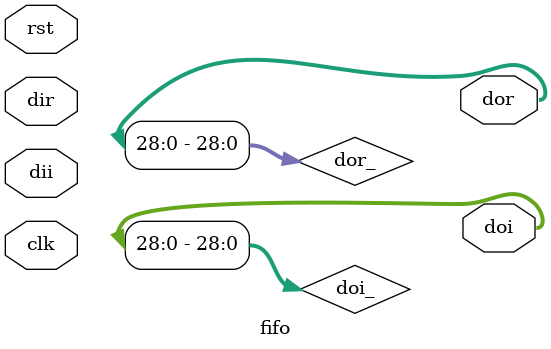
<source format=v>
module fifo(rst,clk,dir,dii,dor,doi);

input rst,clk;
input [28:0] dir,dii;
output [28:0] dor,doi;

reg [35:0] dor_,doi_;
reg [35:0] mr0,mr1,mr2,mr3,mr4,mr5,mr6,mr7,mr8,mr9,mr10,mr11,mr12,mr13,mr14,mr15;
reg [35:0] mr16,mr17,mr18,mr19,mr20,mr21,mr22,mr23,mr24,mr25,mr26,mr27,mr28,mr29,mr30,mr31;
reg [35:0] mi0,mi1,mi2,mi3,mi4,mi5,mi6,mi7,mi8,mi9,mi10,mi11,mi12,mi13,mi14,mi15;
reg [35:0] mi16,mi17,mi18,mi19,mi20,mi21,mi22,mi23,mi24,mi25,mi26,mi27,mi28,mi29,mi30,mi31;
reg [5:0] n;

assign dor = dor_;
assign doi = doi_;

always @(dir) begin
	if (n<32) n = n + 1;
	else n = 1;
end

always @(posedge(clk) or posedge(rst)) begin
    if(rst) begin
        mr0 <= 0;
        mr1 <= 0;
        mr2 <= 0;
        mr3 <= 0;
        mr4 <= 0;
        mr5 <= 0;
        mr6 <= 0;
        mr7 <= 0;
        mr8 <= 0;
        mr9 <= 0;
        mr10 <= 0;
        mr11 <= 0;
        mr12 <= 0;
        mr13 <= 0;
        mr14 <= 0;
        mr15 <= 0;
	mr16 <= 0;
	mr17 <= 0;
	mr18 <= 0;
	mr19 <= 0;
	mr20 <= 0;
	mr21 <= 0;
	mr22 <= 0;
	mr23 <= 0;
	mr24 <= 0;
	mr25 <= 0;
	mr26 <= 0;
	mr27 <= 0;
	mr28 <= 0;
	mr29 <= 0;
	mr30 <= 0;
	mr31 <= 0;
	mi0 <= 0;
	mi1 <= 0;
	mi2 <= 0;
	mi3 <= 0;
	mi4 <= 0;
	mi5 <= 0;
	mi6 <= 0;
	mi7 <= 0;
	mi8 <= 0;
	mi9 <= 0;
	mi10 <= 0;
	mi11 <= 0;
	mi12 <= 0;
	mi13 <= 0;
	mi14 <= 0;
	mi15 <= 0;
	mi16 <= 0;
	mi17 <= 0;
	mi18 <= 0;
	mi19 <= 0;
	mi20 <= 0;
	mi21 <= 0;
	mi22 <= 0;
	mi23 <= 0;
	mi24 <= 0;
	mi25 <= 0;
	mi26 <= 0;
	mi27 <= 0;
	mi28 <= 0;
	mi29 <= 0;
	mi30 <= 0;
	mi31 <= 0;
	n <= 0;
    end
    else begin
	case (n)
	1: begin
		mr0 = dir;
		mr0 = mr0 << 4;
		mi0 = dii;
		mi0 = mi0 << 4;
		end
	2: begin
		mr1 = dir;
		mr1 = mr1 << 4;
		mi1 = dii;
		mi1 = mi1 << 4;
		end
	3: begin
		mr2 = dir;
		mr2 = mr2 << 4;
		mi2 = dii;
		mi2 = mi2 << 4;
		end
	4: begin
		mr3 = dir;
		mr3 = mr3 << 4;
		mi3 = dii;
		mi3 = mi3 << 4;
		end
	5: begin
		mr4 = dir;
		mr4 = mr4 << 4;
		mi4 = dii;
		mi4 = mi4 << 4;
		end
	6: begin
		mr5 = dir;
		mr5 = mr5 << 4;
		mi5 = dii;
		mi5 = mi5 << 4;
		end
	7: begin
		mr6 = dir;
		mr6 = mr6 << 4;
		mi6 = dii;
		mi6 = mi6 << 4;
		end
	8: begin
		mr7 = dir;
		mr7 = mr7 << 4;
		mi7 = dii;
		mi7 = mi7 << 4;
		end
	9: begin
		mr8 = dir;
		mr8 = mr8 << 4;
		mi8 = dii;
		mi8 = mi8 << 4;
		end
	10: begin
		mr9 = dir;
		mr9 = mr9 << 4;
		mi9 = dii;
		mi9 = mi9 << 4;
		end
	11: begin
		mr10 = dir;
		mr10 = mr10 << 4;
		mi10 = dii;
		mi10 = mi10 << 4;
		end
	12: begin
		mr11 = dir;
		mr11 = mr11 << 4;
		mi11 = dii;
		mi11 = mi11 << 4;
		end
	13: begin
		mr12 = dir;
		mr12 = mr12 << 4;
		mi12 = dii;
		mi12 = mi12 << 4;
		end
	14: begin
		mr13 = dir;
		mr13 = mr13<< 4;
		mi13 = dii;
		mi13 = mi13 << 4;
		end
	15: begin
		mr14 = dir;
		mr14 = mr14 << 4;
		mi14 = dii;
		mi14 = mi14 << 4;
		end
	16: begin
		mr15 = dir;
		mr15 = mr15 << 4;
		mi15 = dii;
		mi15 = mi15 << 4;
		end
	17: begin
		mr16 = dir;
		mr16 = mr16 << 4;
		mi16 = dii;
		mi16 = mi16 << 4;
		end
	18: begin
		mr17 = dir;
		mr17 = mr17 << 4;
		mi17 = dii;
		mi17 = mi17 << 4;
		end
	19: begin
		mr18 = dir;
		mr18 = mr18 << 4;
		mi18 = dii;
		mi18 = mi18 << 4;
		end
	20: begin
		mr19 = dir;
		mr19 = mr19 << 4;
		mi19 = dii;
		mi19 = mi19 << 4;
		end
	21: begin
		mr20 = dir;
		mr20 = mr20 << 4;
		mi20 = dii;
		mi20 = mi20 << 4;
		end
	22: begin
		mr21 = dir;
		mr21 = mr21 << 4;
		mi21 = dii;
		mi21 = mi21 << 4;
		end
	23: begin
		mr22 = dir;
		mr22 = mr22 << 4;
		mi22 = dii;
		mi22 = mi22 << 4;
		end
	24: begin
		mr23 = dir;
		mr23 = mr23 << 4;
		mi23 = dii;
		mi23 = mi23 << 4;
		end
	25: begin
		mr24 = dir;
		mr24 = mr24 << 4;
		mi24 = dii;
		mi24 = mi24 << 4;
		end
	26: begin
		mr25 = dir;
		mr25 = mr25 << 4;
		mi25 = dii;
		mi25 = mi25 << 4;
		end
	27: begin
		mr26 = dir;
		mr26 = mr26 << 4;
		mi26 = dii;
		mi26 = mi26 << 4;
		end
	28: begin
		mr27 = dir;
		mr27 = mr27 << 4;
		mi27 = dii;
		mi27 = mi27 << 4;
		end
	29: begin
		mr28 = dir;
		mr28 = mr28 << 4;
		mi28 = dii;
		mi28 = mi28 << 4;
		end
	30: begin
		mr29 = dir;
		mr29 = mr29 << 4;
		mi29 = dii;
		mi29 = mi29 << 4;
		end
	31: begin
		mr30 = dir;
		mr30 = mr30 << 4;
		mi30 = dii;
		mi30 = mi30 << 4;
		end
	32: begin
		mr31 = dir;
		mr31 = mr31 << 4;
		mi31 = dii;
		mi31 = mi31 << 4;
		end
	default: mr0 = mr0;
	endcase
    end
end



endmodule

</source>
